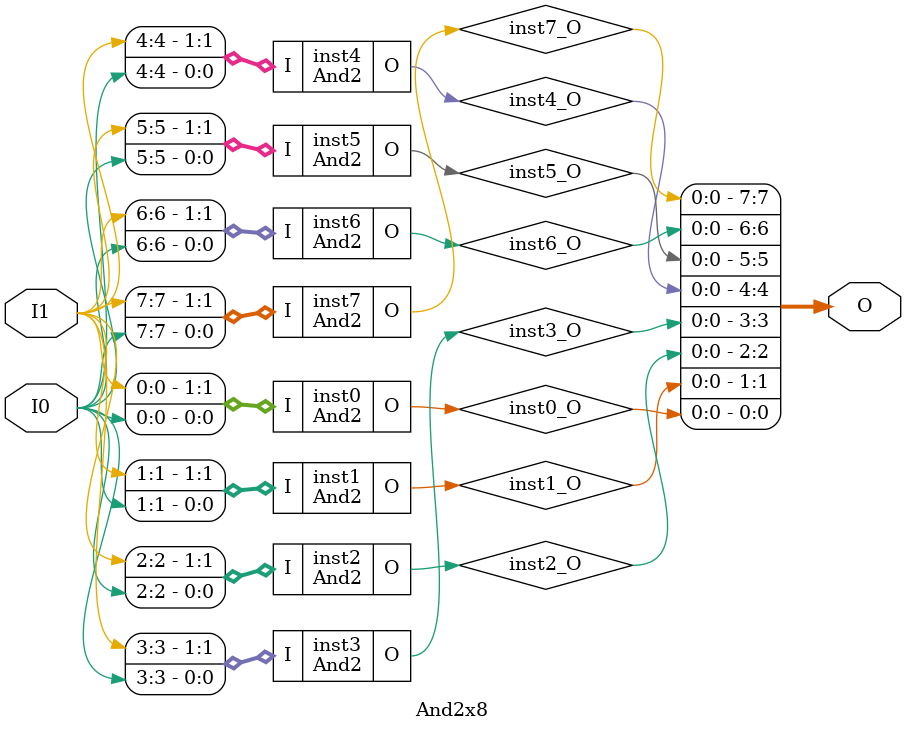
<source format=v>
module And2 (input [1:0] I, output  O);
wire  inst0_O;
SB_LUT4 #(.LUT_INIT(16'h8888)) inst0 (.I0(I[0]), .I1(I[1]), .I2(1'b0), .I3(1'b0), .O(inst0_O));
assign O = inst0_O;
endmodule

module And2x8 (input [7:0] I0, input [7:0] I1, output [7:0] O);
wire  inst0_O;
wire  inst1_O;
wire  inst2_O;
wire  inst3_O;
wire  inst4_O;
wire  inst5_O;
wire  inst6_O;
wire  inst7_O;
And2 inst0 (.I({I1[0],I0[0]}), .O(inst0_O));
And2 inst1 (.I({I1[1],I0[1]}), .O(inst1_O));
And2 inst2 (.I({I1[2],I0[2]}), .O(inst2_O));
And2 inst3 (.I({I1[3],I0[3]}), .O(inst3_O));
And2 inst4 (.I({I1[4],I0[4]}), .O(inst4_O));
And2 inst5 (.I({I1[5],I0[5]}), .O(inst5_O));
And2 inst6 (.I({I1[6],I0[6]}), .O(inst6_O));
And2 inst7 (.I({I1[7],I0[7]}), .O(inst7_O));
assign O = {inst7_O,inst6_O,inst5_O,inst4_O,inst3_O,inst2_O,inst1_O,inst0_O};
endmodule


</source>
